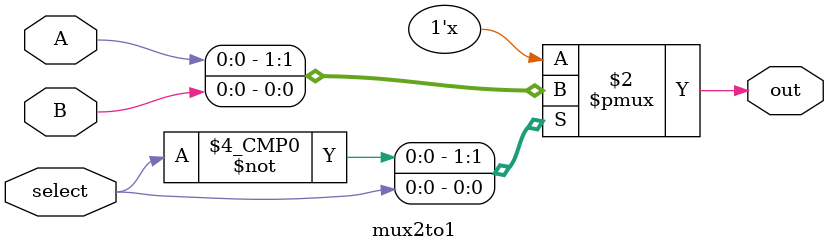
<source format=v>
module mux2to1(select,A,B,out);
	input select;
	input A;
	input B;
	output reg out;
	
	always @ * begin
		case(select)
			1'b0:out <= A;
			1'b1:out <= B;
		endcase
	end

endmodule 
</source>
